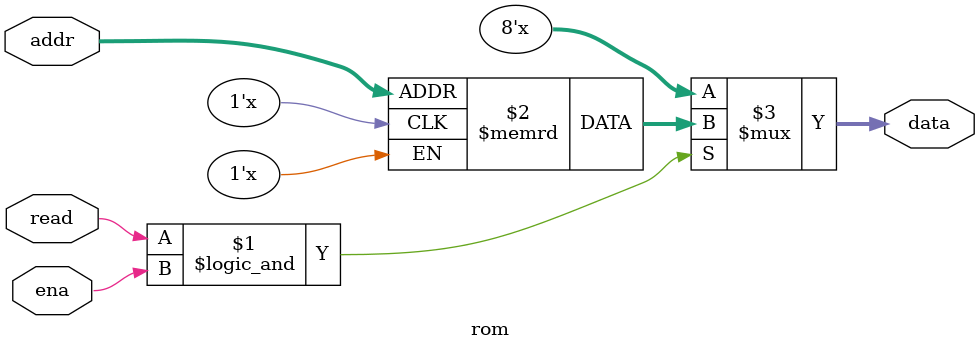
<source format=v>
module rom(data,addr,read,ena);
output[7:0] data;
input[12:0] addr;
input read,ena;
reg[7:0] memory[13'h1fff:0];
wire[7:0] data;

assign data = (read && ena) ? memory[addr] : 8'bzzzzzzzz;

endmodule
</source>
